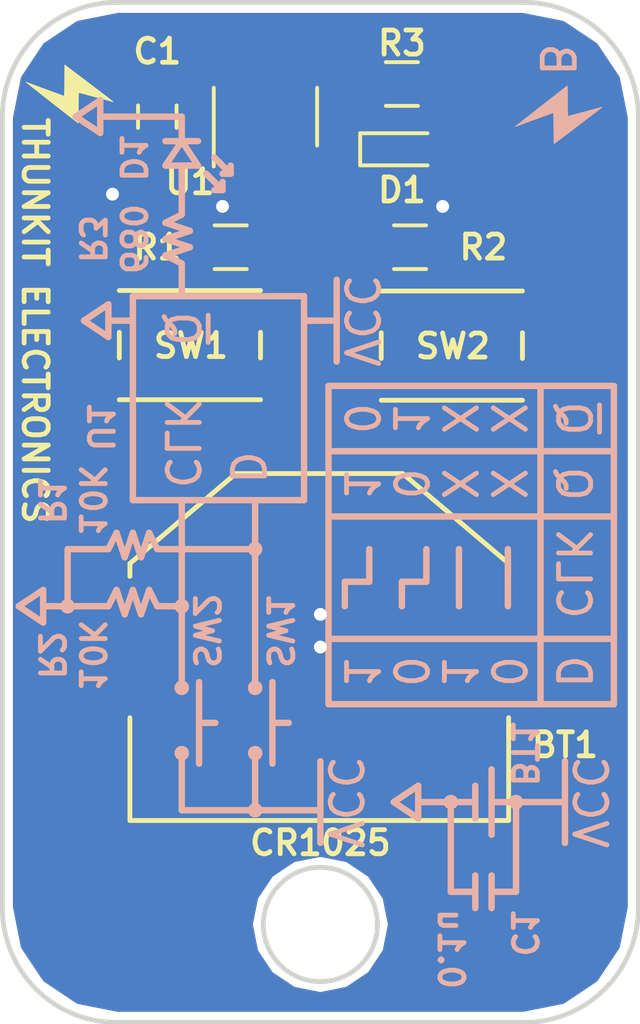
<source format=kicad_pcb>
(kicad_pcb (version 4) (host pcbnew 4.0.5+dfsg1-4)

  (general
    (links 25)
    (no_connects 0)
    (area 120.828999 83.236999 140.791001 115.137001)
    (thickness 1.6)
    (drawings 158)
    (tracks 42)
    (zones 0)
    (modules 16)
    (nets 7)
  )

  (page A4)
  (title_block
    (title "Logic Keychain Soldering Kit")
    (date 2018-08-30)
    (rev B)
    (company "Thunkit Electronics")
  )

  (layers
    (0 F.Cu signal)
    (31 B.Cu signal)
    (32 B.Adhes user)
    (33 F.Adhes user)
    (34 B.Paste user)
    (35 F.Paste user)
    (36 B.SilkS user)
    (37 F.SilkS user)
    (38 B.Mask user)
    (39 F.Mask user)
    (40 Dwgs.User user)
    (41 Cmts.User user)
    (42 Eco1.User user)
    (43 Eco2.User user)
    (44 Edge.Cuts user)
    (45 Margin user)
    (46 B.CrtYd user)
    (47 F.CrtYd user)
    (48 B.Fab user hide)
    (49 F.Fab user hide)
  )

  (setup
    (last_trace_width 0.2032)
    (trace_clearance 0.2032)
    (zone_clearance 0.254)
    (zone_45_only no)
    (trace_min 0.2)
    (segment_width 0.2)
    (edge_width 0.15)
    (via_size 0.6)
    (via_drill 0.4)
    (via_min_size 0.4)
    (via_min_drill 0.3)
    (uvia_size 0.3)
    (uvia_drill 0.1)
    (uvias_allowed no)
    (uvia_min_size 0)
    (uvia_min_drill 0)
    (pcb_text_width 0.3)
    (pcb_text_size 1.5 1.5)
    (mod_edge_width 0.15)
    (mod_text_size 1 1)
    (mod_text_width 0.15)
    (pad_size 0.6 0.6)
    (pad_drill 0.4)
    (pad_to_mask_clearance 0.02)
    (aux_axis_origin 0 0)
    (visible_elements FFFFFF7F)
    (pcbplotparams
      (layerselection 0x00030_80000001)
      (usegerberextensions false)
      (excludeedgelayer true)
      (linewidth 0.100000)
      (plotframeref false)
      (viasonmask false)
      (mode 1)
      (useauxorigin false)
      (hpglpennumber 1)
      (hpglpenspeed 20)
      (hpglpendiameter 15)
      (hpglpenoverlay 2)
      (psnegative false)
      (psa4output false)
      (plotreference true)
      (plotvalue true)
      (plotinvisibletext false)
      (padsonsilk false)
      (subtractmaskfromsilk false)
      (outputformat 1)
      (mirror false)
      (drillshape 1)
      (scaleselection 1)
      (outputdirectory ""))
  )

  (net 0 "")
  (net 1 GND)
  (net 2 VCC)
  (net 3 "Net-(R1-Pad1)")
  (net 4 "Net-(R2-Pad1)")
  (net 5 "Net-(R3-Pad2)")
  (net 6 "Net-(D1-Pad2)")

  (net_class Default "This is the default net class."
    (clearance 0.2032)
    (trace_width 0.2032)
    (via_dia 0.6)
    (via_drill 0.4)
    (uvia_dia 0.3)
    (uvia_drill 0.1)
    (add_net GND)
    (add_net "Net-(D1-Pad2)")
    (add_net "Net-(R1-Pad1)")
    (add_net "Net-(R2-Pad1)")
    (add_net "Net-(R3-Pad2)")
    (add_net VCC)
  )

  (module MOD:lightning (layer F.Cu) (tedit 0) (tstamp 5B887640)
    (at 142.24 89.662 90)
    (fp_text reference G*** (at 0 0 90) (layer F.SilkS) hide
      (effects (font (thickness 0.3)))
    )
    (fp_text value LOGO (at 0.75 0 90) (layer F.SilkS) hide
      (effects (font (thickness 0.3)))
    )
    (fp_poly (pts (xy 0.314354 -1.28972) (xy 0.304217 -1.261534) (xy 0.287787 -1.218017) (xy 0.262911 -1.15128)
      (xy 0.231172 -1.065639) (xy 0.194152 -0.965409) (xy 0.153436 -0.854904) (xy 0.110605 -0.738441)
      (xy 0.067244 -0.620333) (xy 0.024936 -0.504897) (xy -0.014736 -0.396447) (xy -0.050189 -0.299299)
      (xy -0.079839 -0.217767) (xy -0.102104 -0.156168) (xy -0.1154 -0.118815) (xy -0.118533 -0.109316)
      (xy -0.102305 -0.107325) (xy -0.056437 -0.105235) (xy 0.014844 -0.103147) (xy 0.10731 -0.101162)
      (xy 0.216736 -0.099383) (xy 0.338895 -0.09791) (xy 0.368591 -0.097623) (xy 0.855716 -0.093133)
      (xy 0.294305 0.649173) (xy 0.188629 0.788761) (xy 0.088696 0.920499) (xy -0.003562 1.041856)
      (xy -0.086213 1.150304) (xy -0.157324 1.243314) (xy -0.214964 1.318356) (xy -0.2572 1.372901)
      (xy -0.2821 1.40442) (xy -0.287856 1.411173) (xy -0.30193 1.419999) (xy -0.299939 1.401084)
      (xy -0.298786 1.397) (xy -0.288287 1.359649) (xy -0.271246 1.297666) (xy -0.248936 1.2158)
      (xy -0.222636 1.118801) (xy -0.193622 1.011418) (xy -0.163169 0.8984) (xy -0.132555 0.784498)
      (xy -0.103056 0.674459) (xy -0.075947 0.573034) (xy -0.052507 0.484973) (xy -0.03401 0.415023)
      (xy -0.021734 0.367936) (xy -0.016954 0.34846) (xy -0.016934 0.348256) (xy -0.033153 0.345773)
      (xy -0.078954 0.343529) (xy -0.150053 0.34161) (xy -0.242165 0.340104) (xy -0.351007 0.339096)
      (xy -0.472294 0.338674) (xy -0.491067 0.338666) (xy -0.613834 0.338377) (xy -0.72479 0.33756)
      (xy -0.819653 0.336292) (xy -0.894136 0.334649) (xy -0.943957 0.332707) (xy -0.964831 0.330544)
      (xy -0.9652 0.330209) (xy -0.955097 0.315927) (xy -0.926253 0.27784) (xy -0.880867 0.218757)
      (xy -0.821139 0.141491) (xy -0.749266 0.048852) (xy -0.667449 -0.056347) (xy -0.577885 -0.171296)
      (xy -0.482774 -0.293183) (xy -0.384315 -0.419197) (xy -0.284706 -0.546527) (xy -0.186147 -0.672361)
      (xy -0.090836 -0.793888) (xy -0.000972 -0.908298) (xy 0.081246 -1.012777) (xy 0.153618 -1.104516)
      (xy 0.213947 -1.180702) (xy 0.260033 -1.238525) (xy 0.289678 -1.275174) (xy 0.299666 -1.286933)
      (xy 0.31437 -1.300123) (xy 0.314354 -1.28972)) (layer F.SilkS) (width 0.01))
  )

  (module "MOD:GND VIA" (layer F.Cu) (tedit 5ACAAA5F) (tstamp 5ACAAA9E)
    (at 150.114 104.648)
    (fp_text reference "" (at 0 0) (layer F.SilkS)
      (effects (font (thickness 0.15)))
    )
    (fp_text value "" (at 0 0) (layer F.SilkS)
      (effects (font (thickness 0.15)))
    )
    (pad 1 thru_hole circle (at 0 1.27) (size 0.6 0.6) (drill 0.4) (layers *.Cu)
      (net 1 GND) (zone_connect 2))
  )

  (module "MOD:GND VIA" (layer F.Cu) (tedit 5ACAAA5F) (tstamp 5ACAAA96)
    (at 150.114 105.664)
    (fp_text reference "" (at 0 0) (layer F.SilkS)
      (effects (font (thickness 0.15)))
    )
    (fp_text value "" (at 0 0) (layer F.SilkS)
      (effects (font (thickness 0.15)))
    )
    (pad 1 thru_hole circle (at 0 1.27) (size 0.6 0.6) (drill 0.4) (layers *.Cu)
      (net 1 GND) (zone_connect 2))
  )

  (module "MOD:GND VIA" (layer F.Cu) (tedit 5ACAAA5F) (tstamp 5ACAAA91)
    (at 153.924 91.948)
    (fp_text reference "" (at 0 0) (layer F.SilkS)
      (effects (font (thickness 0.15)))
    )
    (fp_text value "" (at 0 0) (layer F.SilkS)
      (effects (font (thickness 0.15)))
    )
    (pad 1 thru_hole circle (at 0 1.27) (size 0.6 0.6) (drill 0.4) (layers *.Cu)
      (net 1 GND) (zone_connect 2))
  )

  (module "MOD:GND VIA" (layer F.Cu) (tedit 5ACAAA5F) (tstamp 5ACAAA8D)
    (at 143.637 91.567)
    (fp_text reference "" (at 0 0) (layer F.SilkS)
      (effects (font (thickness 0.15)))
    )
    (fp_text value "" (at 0 0) (layer F.SilkS)
      (effects (font (thickness 0.15)))
    )
    (pad 1 thru_hole circle (at 0 1.27) (size 0.6 0.6) (drill 0.4) (layers *.Cu)
      (net 1 GND) (zone_connect 2))
  )

  (module Capacitors_SMD:C_0603 (layer F.Cu) (tedit 5ACAA4CE) (tstamp 5ACAA45F)
    (at 145.034 90.424 90)
    (descr "Capacitor SMD 0603, reflow soldering, AVX (see smccp.pdf)")
    (tags "capacitor 0603")
    (path /5ACAA5A5)
    (attr smd)
    (fp_text reference C1 (at 2.032 0 180) (layer F.SilkS)
      (effects (font (size 0.75 0.75) (thickness 0.15)))
    )
    (fp_text value C (at 0 1.5 90) (layer F.Fab)
      (effects (font (size 1 1) (thickness 0.15)))
    )
    (fp_line (start 1.4 0.65) (end -1.4 0.65) (layer F.CrtYd) (width 0.05))
    (fp_line (start 1.4 0.65) (end 1.4 -0.65) (layer F.CrtYd) (width 0.05))
    (fp_line (start -1.4 -0.65) (end -1.4 0.65) (layer F.CrtYd) (width 0.05))
    (fp_line (start -1.4 -0.65) (end 1.4 -0.65) (layer F.CrtYd) (width 0.05))
    (fp_line (start 0.35 0.6) (end -0.35 0.6) (layer F.SilkS) (width 0.12))
    (fp_line (start -0.35 -0.6) (end 0.35 -0.6) (layer F.SilkS) (width 0.12))
    (fp_line (start -0.8 -0.4) (end 0.8 -0.4) (layer F.Fab) (width 0.1))
    (fp_line (start 0.8 -0.4) (end 0.8 0.4) (layer F.Fab) (width 0.1))
    (fp_line (start 0.8 0.4) (end -0.8 0.4) (layer F.Fab) (width 0.1))
    (fp_line (start -0.8 0.4) (end -0.8 -0.4) (layer F.Fab) (width 0.1))
    (fp_text user %R (at 0 0 90) (layer F.Fab)
      (effects (font (size 0.3 0.3) (thickness 0.075)))
    )
    (pad 2 smd rect (at 0.75 0 90) (size 0.8 0.75) (layers F.Cu F.Paste F.Mask)
      (net 2 VCC))
    (pad 1 smd rect (at -0.75 0 90) (size 0.8 0.75) (layers F.Cu F.Paste F.Mask)
      (net 1 GND))
    (model Capacitors_SMD.3dshapes/C_0603.wrl
      (at (xyz 0 0 0))
      (scale (xyz 1 1 1))
      (rotate (xyz 0 0 0))
    )
  )

  (module LEDs:LED_0603 (layer F.Cu) (tedit 5ACAA4DF) (tstamp 5ACAA465)
    (at 152.654 91.44)
    (descr "LED 0603 smd package")
    (tags "LED led 0603 SMD smd SMT smt smdled SMDLED smtled SMTLED")
    (path /5ACAA902)
    (attr smd)
    (fp_text reference D1 (at 0 1.27) (layer F.SilkS)
      (effects (font (size 0.75 0.75) (thickness 0.15)))
    )
    (fp_text value LED (at 0 1.35) (layer F.Fab)
      (effects (font (size 1 1) (thickness 0.15)))
    )
    (fp_line (start -1.3 -0.5) (end -1.3 0.5) (layer F.SilkS) (width 0.12))
    (fp_line (start -0.2 -0.2) (end -0.2 0.2) (layer F.Fab) (width 0.1))
    (fp_line (start -0.15 0) (end 0.15 -0.2) (layer F.Fab) (width 0.1))
    (fp_line (start 0.15 0.2) (end -0.15 0) (layer F.Fab) (width 0.1))
    (fp_line (start 0.15 -0.2) (end 0.15 0.2) (layer F.Fab) (width 0.1))
    (fp_line (start 0.8 0.4) (end -0.8 0.4) (layer F.Fab) (width 0.1))
    (fp_line (start 0.8 -0.4) (end 0.8 0.4) (layer F.Fab) (width 0.1))
    (fp_line (start -0.8 -0.4) (end 0.8 -0.4) (layer F.Fab) (width 0.1))
    (fp_line (start -0.8 0.4) (end -0.8 -0.4) (layer F.Fab) (width 0.1))
    (fp_line (start -1.3 0.5) (end 0.8 0.5) (layer F.SilkS) (width 0.12))
    (fp_line (start -1.3 -0.5) (end 0.8 -0.5) (layer F.SilkS) (width 0.12))
    (fp_line (start 1.45 -0.65) (end 1.45 0.65) (layer F.CrtYd) (width 0.05))
    (fp_line (start 1.45 0.65) (end -1.45 0.65) (layer F.CrtYd) (width 0.05))
    (fp_line (start -1.45 0.65) (end -1.45 -0.65) (layer F.CrtYd) (width 0.05))
    (fp_line (start -1.45 -0.65) (end 1.45 -0.65) (layer F.CrtYd) (width 0.05))
    (pad 2 smd rect (at 0.8 0 180) (size 0.8 0.8) (layers F.Cu F.Paste F.Mask)
      (net 6 "Net-(D1-Pad2)"))
    (pad 1 smd rect (at -0.8 0 180) (size 0.8 0.8) (layers F.Cu F.Paste F.Mask)
      (net 1 GND))
    (model ${KISYS3DMOD}/LEDs.3dshapes/LED_0603.wrl
      (at (xyz 0 0 0))
      (scale (xyz 1 1 1))
      (rotate (xyz 0 0 180))
    )
  )

  (module Resistors_SMD:R_0603 (layer F.Cu) (tedit 5ACAA4E9) (tstamp 5ACAA46B)
    (at 147.32 94.488 180)
    (descr "Resistor SMD 0603, reflow soldering, Vishay (see dcrcw.pdf)")
    (tags "resistor 0603")
    (path /5ACAA2EB)
    (attr smd)
    (fp_text reference R1 (at 2.286 0 180) (layer F.SilkS)
      (effects (font (size 0.75 0.75) (thickness 0.15)))
    )
    (fp_text value 10K (at 0 1.5 180) (layer F.Fab)
      (effects (font (size 1 1) (thickness 0.15)))
    )
    (fp_text user %R (at 0 0 180) (layer F.Fab)
      (effects (font (size 0.4 0.4) (thickness 0.075)))
    )
    (fp_line (start -0.8 0.4) (end -0.8 -0.4) (layer F.Fab) (width 0.1))
    (fp_line (start 0.8 0.4) (end -0.8 0.4) (layer F.Fab) (width 0.1))
    (fp_line (start 0.8 -0.4) (end 0.8 0.4) (layer F.Fab) (width 0.1))
    (fp_line (start -0.8 -0.4) (end 0.8 -0.4) (layer F.Fab) (width 0.1))
    (fp_line (start 0.5 0.68) (end -0.5 0.68) (layer F.SilkS) (width 0.12))
    (fp_line (start -0.5 -0.68) (end 0.5 -0.68) (layer F.SilkS) (width 0.12))
    (fp_line (start -1.25 -0.7) (end 1.25 -0.7) (layer F.CrtYd) (width 0.05))
    (fp_line (start -1.25 -0.7) (end -1.25 0.7) (layer F.CrtYd) (width 0.05))
    (fp_line (start 1.25 0.7) (end 1.25 -0.7) (layer F.CrtYd) (width 0.05))
    (fp_line (start 1.25 0.7) (end -1.25 0.7) (layer F.CrtYd) (width 0.05))
    (pad 1 smd rect (at -0.75 0 180) (size 0.5 0.9) (layers F.Cu F.Paste F.Mask)
      (net 3 "Net-(R1-Pad1)"))
    (pad 2 smd rect (at 0.75 0 180) (size 0.5 0.9) (layers F.Cu F.Paste F.Mask)
      (net 1 GND))
    (model ${KISYS3DMOD}/Resistors_SMD.3dshapes/R_0603.wrl
      (at (xyz 0 0 0))
      (scale (xyz 1 1 1))
      (rotate (xyz 0 0 0))
    )
  )

  (module Resistors_SMD:R_0603 (layer F.Cu) (tedit 5ACAA4C5) (tstamp 5ACAA471)
    (at 152.908 94.488)
    (descr "Resistor SMD 0603, reflow soldering, Vishay (see dcrcw.pdf)")
    (tags "resistor 0603")
    (path /5ACAA296)
    (attr smd)
    (fp_text reference R2 (at 2.286 0) (layer F.SilkS)
      (effects (font (size 0.75 0.75) (thickness 0.15)))
    )
    (fp_text value 10K (at 0 1.5) (layer F.Fab)
      (effects (font (size 1 1) (thickness 0.15)))
    )
    (fp_text user %R (at 0 0) (layer F.Fab)
      (effects (font (size 0.4 0.4) (thickness 0.075)))
    )
    (fp_line (start -0.8 0.4) (end -0.8 -0.4) (layer F.Fab) (width 0.1))
    (fp_line (start 0.8 0.4) (end -0.8 0.4) (layer F.Fab) (width 0.1))
    (fp_line (start 0.8 -0.4) (end 0.8 0.4) (layer F.Fab) (width 0.1))
    (fp_line (start -0.8 -0.4) (end 0.8 -0.4) (layer F.Fab) (width 0.1))
    (fp_line (start 0.5 0.68) (end -0.5 0.68) (layer F.SilkS) (width 0.12))
    (fp_line (start -0.5 -0.68) (end 0.5 -0.68) (layer F.SilkS) (width 0.12))
    (fp_line (start -1.25 -0.7) (end 1.25 -0.7) (layer F.CrtYd) (width 0.05))
    (fp_line (start -1.25 -0.7) (end -1.25 0.7) (layer F.CrtYd) (width 0.05))
    (fp_line (start 1.25 0.7) (end 1.25 -0.7) (layer F.CrtYd) (width 0.05))
    (fp_line (start 1.25 0.7) (end -1.25 0.7) (layer F.CrtYd) (width 0.05))
    (pad 1 smd rect (at -0.75 0) (size 0.5 0.9) (layers F.Cu F.Paste F.Mask)
      (net 4 "Net-(R2-Pad1)"))
    (pad 2 smd rect (at 0.75 0) (size 0.5 0.9) (layers F.Cu F.Paste F.Mask)
      (net 1 GND))
    (model ${KISYS3DMOD}/Resistors_SMD.3dshapes/R_0603.wrl
      (at (xyz 0 0 0))
      (scale (xyz 1 1 1))
      (rotate (xyz 0 0 0))
    )
  )

  (module Resistors_SMD:R_0603 (layer F.Cu) (tedit 5ACAA4D6) (tstamp 5ACAA477)
    (at 152.654 89.408 180)
    (descr "Resistor SMD 0603, reflow soldering, Vishay (see dcrcw.pdf)")
    (tags "resistor 0603")
    (path /5ACAA713)
    (attr smd)
    (fp_text reference R3 (at 0 1.27 180) (layer F.SilkS)
      (effects (font (size 0.75 0.75) (thickness 0.15)))
    )
    (fp_text value 680 (at 0 1.5 180) (layer F.Fab)
      (effects (font (size 1 1) (thickness 0.15)))
    )
    (fp_text user %R (at 0 0 180) (layer F.Fab)
      (effects (font (size 0.4 0.4) (thickness 0.075)))
    )
    (fp_line (start -0.8 0.4) (end -0.8 -0.4) (layer F.Fab) (width 0.1))
    (fp_line (start 0.8 0.4) (end -0.8 0.4) (layer F.Fab) (width 0.1))
    (fp_line (start 0.8 -0.4) (end 0.8 0.4) (layer F.Fab) (width 0.1))
    (fp_line (start -0.8 -0.4) (end 0.8 -0.4) (layer F.Fab) (width 0.1))
    (fp_line (start 0.5 0.68) (end -0.5 0.68) (layer F.SilkS) (width 0.12))
    (fp_line (start -0.5 -0.68) (end 0.5 -0.68) (layer F.SilkS) (width 0.12))
    (fp_line (start -1.25 -0.7) (end 1.25 -0.7) (layer F.CrtYd) (width 0.05))
    (fp_line (start -1.25 -0.7) (end -1.25 0.7) (layer F.CrtYd) (width 0.05))
    (fp_line (start 1.25 0.7) (end 1.25 -0.7) (layer F.CrtYd) (width 0.05))
    (fp_line (start 1.25 0.7) (end -1.25 0.7) (layer F.CrtYd) (width 0.05))
    (pad 1 smd rect (at -0.75 0 180) (size 0.5 0.9) (layers F.Cu F.Paste F.Mask)
      (net 6 "Net-(D1-Pad2)"))
    (pad 2 smd rect (at 0.75 0 180) (size 0.5 0.9) (layers F.Cu F.Paste F.Mask)
      (net 5 "Net-(R3-Pad2)"))
    (model ${KISYS3DMOD}/Resistors_SMD.3dshapes/R_0603.wrl
      (at (xyz 0 0 0))
      (scale (xyz 1 1 1))
      (rotate (xyz 0 0 0))
    )
  )

  (module TO_SOT_Packages_SMD:SOT-23-5 (layer F.Cu) (tedit 5ACAA4B1) (tstamp 5ACAA490)
    (at 148.402 90.424 90)
    (descr "5-pin SOT23 package")
    (tags SOT-23-5)
    (path /5B887286)
    (attr smd)
    (fp_text reference U1 (at -2.032 -2.352 180) (layer F.SilkS)
      (effects (font (size 0.75 0.75) (thickness 0.15)))
    )
    (fp_text value SN74AUP1G79 (at 0 2.9 90) (layer F.Fab)
      (effects (font (size 1 1) (thickness 0.15)))
    )
    (fp_text user %R (at 0 0 180) (layer F.Fab)
      (effects (font (size 0.5 0.5) (thickness 0.075)))
    )
    (fp_line (start -0.9 1.61) (end 0.9 1.61) (layer F.SilkS) (width 0.12))
    (fp_line (start 0.9 -1.61) (end -1.55 -1.61) (layer F.SilkS) (width 0.12))
    (fp_line (start -1.9 -1.8) (end 1.9 -1.8) (layer F.CrtYd) (width 0.05))
    (fp_line (start 1.9 -1.8) (end 1.9 1.8) (layer F.CrtYd) (width 0.05))
    (fp_line (start 1.9 1.8) (end -1.9 1.8) (layer F.CrtYd) (width 0.05))
    (fp_line (start -1.9 1.8) (end -1.9 -1.8) (layer F.CrtYd) (width 0.05))
    (fp_line (start -0.9 -0.9) (end -0.25 -1.55) (layer F.Fab) (width 0.1))
    (fp_line (start 0.9 -1.55) (end -0.25 -1.55) (layer F.Fab) (width 0.1))
    (fp_line (start -0.9 -0.9) (end -0.9 1.55) (layer F.Fab) (width 0.1))
    (fp_line (start 0.9 1.55) (end -0.9 1.55) (layer F.Fab) (width 0.1))
    (fp_line (start 0.9 -1.55) (end 0.9 1.55) (layer F.Fab) (width 0.1))
    (pad 1 smd rect (at -1.1 -0.95 90) (size 1.06 0.65) (layers F.Cu F.Paste F.Mask)
      (net 3 "Net-(R1-Pad1)"))
    (pad 2 smd rect (at -1.1 0 90) (size 1.06 0.65) (layers F.Cu F.Paste F.Mask)
      (net 4 "Net-(R2-Pad1)"))
    (pad 3 smd rect (at -1.1 0.95 90) (size 1.06 0.65) (layers F.Cu F.Paste F.Mask)
      (net 1 GND))
    (pad 4 smd rect (at 1.1 0.95 90) (size 1.06 0.65) (layers F.Cu F.Paste F.Mask)
      (net 5 "Net-(R3-Pad2)"))
    (pad 5 smd rect (at 1.1 -0.95 90) (size 1.06 0.65) (layers F.Cu F.Paste F.Mask)
      (net 2 VCC))
    (model ${KISYS3DMOD}/TO_SOT_Packages_SMD.3dshapes/SOT-23-5.wrl
      (at (xyz 0 0 0))
      (scale (xyz 1 1 1))
      (rotate (xyz 0 0 0))
    )
  )

  (module "MOD:GND VIA" (layer F.Cu) (tedit 5ACAAA5F) (tstamp 5ACAAA82)
    (at 147.066 91.948)
    (fp_text reference "" (at 0 0) (layer F.SilkS)
      (effects (font (thickness 0.15)))
    )
    (fp_text value "" (at 0 0) (layer F.SilkS)
      (effects (font (thickness 0.15)))
    )
    (pad 1 thru_hole circle (at 0 1.27) (size 0.6 0.6) (drill 0.4) (layers *.Cu)
      (net 1 GND) (zone_connect 2))
  )

  (module MOD:lightning (layer B.Cu) (tedit 0) (tstamp 5ACAB836)
    (at 157.48 90.424 270)
    (fp_text reference G*** (at 0 0 270) (layer B.SilkS) hide
      (effects (font (thickness 0.3)) (justify mirror))
    )
    (fp_text value LOGO (at 0.75 0 270) (layer B.SilkS) hide
      (effects (font (thickness 0.3)) (justify mirror))
    )
    (fp_poly (pts (xy 0.314354 1.28972) (xy 0.304217 1.261534) (xy 0.287787 1.218017) (xy 0.262911 1.15128)
      (xy 0.231172 1.065639) (xy 0.194152 0.965409) (xy 0.153436 0.854904) (xy 0.110605 0.738441)
      (xy 0.067244 0.620333) (xy 0.024936 0.504897) (xy -0.014736 0.396447) (xy -0.050189 0.299299)
      (xy -0.079839 0.217767) (xy -0.102104 0.156168) (xy -0.1154 0.118815) (xy -0.118533 0.109316)
      (xy -0.102305 0.107325) (xy -0.056437 0.105235) (xy 0.014844 0.103147) (xy 0.10731 0.101162)
      (xy 0.216736 0.099383) (xy 0.338895 0.09791) (xy 0.368591 0.097623) (xy 0.855716 0.093133)
      (xy 0.294305 -0.649173) (xy 0.188629 -0.788761) (xy 0.088696 -0.920499) (xy -0.003562 -1.041856)
      (xy -0.086213 -1.150304) (xy -0.157324 -1.243314) (xy -0.214964 -1.318356) (xy -0.2572 -1.372901)
      (xy -0.2821 -1.40442) (xy -0.287856 -1.411173) (xy -0.30193 -1.419999) (xy -0.299939 -1.401084)
      (xy -0.298786 -1.397) (xy -0.288287 -1.359649) (xy -0.271246 -1.297666) (xy -0.248936 -1.2158)
      (xy -0.222636 -1.118801) (xy -0.193622 -1.011418) (xy -0.163169 -0.8984) (xy -0.132555 -0.784498)
      (xy -0.103056 -0.674459) (xy -0.075947 -0.573034) (xy -0.052507 -0.484973) (xy -0.03401 -0.415023)
      (xy -0.021734 -0.367936) (xy -0.016954 -0.34846) (xy -0.016934 -0.348256) (xy -0.033153 -0.345773)
      (xy -0.078954 -0.343529) (xy -0.150053 -0.34161) (xy -0.242165 -0.340104) (xy -0.351007 -0.339096)
      (xy -0.472294 -0.338674) (xy -0.491067 -0.338666) (xy -0.613834 -0.338377) (xy -0.72479 -0.33756)
      (xy -0.819653 -0.336292) (xy -0.894136 -0.334649) (xy -0.943957 -0.332707) (xy -0.964831 -0.330544)
      (xy -0.9652 -0.330209) (xy -0.955097 -0.315927) (xy -0.926253 -0.27784) (xy -0.880867 -0.218757)
      (xy -0.821139 -0.141491) (xy -0.749266 -0.048852) (xy -0.667449 0.056347) (xy -0.577885 0.171296)
      (xy -0.482774 0.293183) (xy -0.384315 0.419197) (xy -0.284706 0.546527) (xy -0.186147 0.672361)
      (xy -0.090836 0.793888) (xy -0.000972 0.908298) (xy 0.081246 1.012777) (xy 0.153618 1.104516)
      (xy 0.213947 1.180702) (xy 0.260033 1.238525) (xy 0.289678 1.275174) (xy 0.299666 1.286933)
      (xy 0.31437 1.300123) (xy 0.314354 1.28972)) (layer B.SilkS) (width 0.01))
  )

  (module "MOD:PTS810 SJK 250 SMTR LFS_Handsoldering" (layer F.Cu) (tedit 5B8874AD) (tstamp 5ACAA487)
    (at 154.21 97.552 180)
    (path /5ACAA461)
    (fp_text reference SW2 (at -0.032 -0.016 180) (layer F.SilkS)
      (effects (font (size 0.75 0.75) (thickness 0.15)))
    )
    (fp_text value Push_SW (at 0 -4 180) (layer F.Fab)
      (effects (font (size 1 1) (thickness 0.15)))
    )
    (fp_line (start 2.2 0.4) (end 2.2 -0.4) (layer F.SilkS) (width 0.15))
    (fp_line (start -2.2 -1.7) (end 2.2 -1.7) (layer F.SilkS) (width 0.15))
    (fp_line (start -2.2 0.4) (end -2.2 -0.4) (layer F.SilkS) (width 0.15))
    (fp_line (start -2.2 1.7) (end 2.2 1.7) (layer F.SilkS) (width 0.15))
    (pad 1 smd rect (at -2 -1 180) (size 1.8 0.65) (layers F.Cu F.Paste F.Mask)
      (net 2 VCC))
    (pad 1 smd rect (at 2 -1 180) (size 1.8 0.65) (layers F.Cu F.Paste F.Mask)
      (net 2 VCC))
    (pad 2 smd rect (at -2 1 180) (size 1.8 0.65) (layers F.Cu F.Paste F.Mask)
      (net 4 "Net-(R2-Pad1)"))
    (pad 2 smd rect (at 2 1 180) (size 1.8 0.65) (layers F.Cu F.Paste F.Mask)
      (net 4 "Net-(R2-Pad1)"))
  )

  (module "MOD:PTS810 SJK 250 SMTR LFS_Handsoldering" (layer F.Cu) (tedit 5B8874AD) (tstamp 5ACAA47F)
    (at 146.05 97.536 180)
    (path /5ACAA3F8)
    (fp_text reference SW1 (at -0.032 -0.016 180) (layer F.SilkS)
      (effects (font (size 0.75 0.75) (thickness 0.15)))
    )
    (fp_text value Push_SW (at 0 -4 180) (layer F.Fab)
      (effects (font (size 1 1) (thickness 0.15)))
    )
    (fp_line (start 2.2 0.4) (end 2.2 -0.4) (layer F.SilkS) (width 0.15))
    (fp_line (start -2.2 -1.7) (end 2.2 -1.7) (layer F.SilkS) (width 0.15))
    (fp_line (start -2.2 0.4) (end -2.2 -0.4) (layer F.SilkS) (width 0.15))
    (fp_line (start -2.2 1.7) (end 2.2 1.7) (layer F.SilkS) (width 0.15))
    (pad 1 smd rect (at -2 -1 180) (size 1.8 0.65) (layers F.Cu F.Paste F.Mask)
      (net 2 VCC))
    (pad 1 smd rect (at 2 -1 180) (size 1.8 0.65) (layers F.Cu F.Paste F.Mask)
      (net 2 VCC))
    (pad 2 smd rect (at -2 1 180) (size 1.8 0.65) (layers F.Cu F.Paste F.Mask)
      (net 3 "Net-(R1-Pad1)"))
    (pad 2 smd rect (at 2 1 180) (size 1.8 0.65) (layers F.Cu F.Paste F.Mask)
      (net 3 "Net-(R1-Pad1)"))
  )

  (module MOD:BK-870 (layer F.Cu) (tedit 5B88755B) (tstamp 5ACAA459)
    (at 150.08 107.034 180)
    (path /5ACAAC0C)
    (fp_text reference BT1 (at -7.654 -2.948 180) (layer F.SilkS)
      (effects (font (size 0.75 0.75) (thickness 0.15)))
    )
    (fp_text value CR1025 (at 2.7 -4.4 180) (layer F.Fab)
      (effects (font (size 1 1) (thickness 0.15)))
    )
    (fp_line (start -5.9 -5.3) (end 5.9 -5.3) (layer F.SilkS) (width 0.15))
    (fp_line (start -5.9 -2.1) (end -5.9 -5.3) (layer F.SilkS) (width 0.15))
    (fp_line (start 5.9 -2.1) (end 5.9 -5.3) (layer F.SilkS) (width 0.15))
    (fp_line (start -2.6 5.5) (end -5.9 2.7) (layer F.SilkS) (width 0.15))
    (fp_line (start 5.9 2.7) (end 2.6 5.5) (layer F.SilkS) (width 0.15))
    (fp_line (start 5.9 2.7) (end 5.9 2.3) (layer F.SilkS) (width 0.15))
    (fp_line (start -2.6 5.5) (end 2.6 5.5) (layer F.SilkS) (width 0.15))
    (fp_line (start -5.9 2.7) (end -5.9 2.3) (layer F.SilkS) (width 0.15))
    (fp_line (start 5.9 2.7) (end 5.9 2.4) (layer F.SilkS) (width 0.15))
    (pad 2 smd circle (at 0 0.1 180) (size 8 8) (layers F.Cu F.Mask)
      (net 1 GND))
    (pad 1 smd rect (at -7.4 0.1 180) (size 3 4) (layers F.Cu F.Mask)
      (net 2 VCC))
    (pad 1 smd rect (at 7.4 0.1 180) (size 3 4) (layers F.Cu F.Mask)
      (net 2 VCC))
  )

  (gr_text "THUNKIT ELECTRONICS" (at 141.224 96.774 270) (layer F.SilkS) (tstamp 5B887645)
    (effects (font (size 0.75 0.75) (thickness 0.15)))
  )
  (gr_text B (at 157.48 88.646 270) (layer B.SilkS) (tstamp 5B887413)
    (effects (font (size 1 1) (thickness 0.15)) (justify mirror))
  )
  (gr_line (start 142.494 90.424) (end 143.256 90.932) (layer B.SilkS) (width 0.2) (tstamp 5B8873AD))
  (gr_line (start 143.256 89.915999) (end 142.494 90.424) (layer B.SilkS) (width 0.2) (tstamp 5B8873A7))
  (gr_line (start 143.256 90.932001) (end 143.256 89.916) (layer B.SilkS) (width 0.2) (tstamp 5B8873A0))
  (gr_line (start 145.796 90.423999) (end 143.256 90.424) (layer B.SilkS) (width 0.2) (tstamp 5B88739A))
  (gr_circle (center 145.796 108.204) (end 145.796 108.331) (layer B.SilkS) (width 0.2) (tstamp 5ACAB972))
  (gr_circle (center 148.082 108.204) (end 148.082 108.331) (layer B.SilkS) (width 0.2) (tstamp 5ACAB970))
  (gr_circle (center 145.796 110.236) (end 145.796 110.363) (layer B.SilkS) (width 0.2) (tstamp 5ACAB96F))
  (gr_circle (center 148.082 110.236) (end 148.082 110.363) (layer B.SilkS) (width 0.2) (tstamp 5ACAB96E))
  (gr_text 0.1u (at 154.178 116.332 270) (layer B.SilkS) (tstamp 5ACAB6F8)
    (effects (font (size 0.75 0.75) (thickness 0.15)) (justify mirror))
  )
  (gr_text U1 (at 143.256 100.076 270) (layer B.SilkS) (tstamp 5ACAB697)
    (effects (font (size 0.75 0.75) (thickness 0.15)) (justify mirror))
  )
  (gr_line (start 149.606 96.774) (end 150.114 96.774) (layer B.SilkS) (width 0.2))
  (gr_text C1 (at 156.464 115.824 270) (layer B.SilkS) (tstamp 5ACAB52A)
    (effects (font (size 0.75 0.75) (thickness 0.15)) (justify mirror))
  )
  (gr_text BT1 (at 156.464 110.236 270) (layer B.SilkS) (tstamp 5ACAB51A)
    (effects (font (size 0.75 0.75) (thickness 0.15)) (justify mirror))
  )
  (gr_circle (center 154.178 111.76) (end 154.051001 111.76) (layer B.SilkS) (width 0.2) (tstamp 5ACAB4FF))
  (gr_circle (center 156.21 111.76) (end 156.083001 111.76) (layer B.SilkS) (width 0.2) (tstamp 5ACAB4F7))
  (gr_line (start 154.178 114.554) (end 154.178 111.76) (layer B.SilkS) (width 0.2))
  (gr_line (start 156.21 114.554) (end 156.21 111.76) (layer B.SilkS) (width 0.2))
  (gr_line (start 154.178 114.554) (end 154.94 114.554) (layer B.SilkS) (width 0.2) (tstamp 5ACAB4CE))
  (gr_line (start 155.448 114.554) (end 156.21 114.554) (layer B.SilkS) (width 0.2))
  (gr_line (start 154.94 114.046001) (end 154.94 115.062) (layer B.SilkS) (width 0.2))
  (gr_line (start 155.448 114.046) (end 155.448 115.062) (layer B.SilkS) (width 0.2))
  (gr_line (start 152.4 111.760001) (end 153.162 112.267999) (layer B.SilkS) (width 0.2) (tstamp 5ACAB49C))
  (gr_line (start 153.162 112.267999) (end 153.162 111.251999) (layer B.SilkS) (width 0.2) (tstamp 5ACAB49B))
  (gr_line (start 154.940001 111.76) (end 153.162 111.76) (layer B.SilkS) (width 0.2) (tstamp 5ACAB49A))
  (gr_line (start 153.162 111.251999) (end 152.4 111.760001) (layer B.SilkS) (width 0.2) (tstamp 5ACAB499))
  (gr_line (start 157.733999 113.03) (end 157.734 110.489999) (layer B.SilkS) (width 0.2) (tstamp 5ACAB48F))
  (gr_text VCC (at 158.496 111.76 270) (layer B.SilkS) (tstamp 5ACAB48E)
    (effects (font (size 1 1) (thickness 0.15)) (justify mirror))
  )
  (gr_line (start 155.448 111.76) (end 157.734 111.76) (layer B.SilkS) (width 0.2))
  (gr_line (start 154.94 111.252) (end 154.94 112.268) (layer B.SilkS) (width 0.2))
  (gr_line (start 155.448 110.744) (end 155.448 112.776) (layer B.SilkS) (width 0.2))
  (gr_line (start 143.51 97.282001) (end 143.51 96.266) (layer B.SilkS) (width 0.2) (tstamp 5ACAB427))
  (gr_line (start 144.272 96.773999) (end 143.51 96.774) (layer B.SilkS) (width 0.2) (tstamp 5ACAB426))
  (gr_line (start 142.748 96.774) (end 143.51 97.282) (layer B.SilkS) (width 0.2) (tstamp 5ACAB425))
  (gr_line (start 143.51 96.265999) (end 142.748 96.774) (layer B.SilkS) (width 0.2) (tstamp 5ACAB423))
  (gr_text D1 (at 144.272 91.694 270) (layer B.SilkS) (tstamp 5ACAB3E8)
    (effects (font (size 0.75 0.75) (thickness 0.15)) (justify mirror))
  )
  (gr_text R3 (at 143.002 94.234 270) (layer B.SilkS) (tstamp 5ACAB3DD)
    (effects (font (size 0.75 0.75) (thickness 0.15)) (justify mirror))
  )
  (gr_text R2 (at 141.732 107.188 270) (layer B.SilkS) (tstamp 5ACAB3A2)
    (effects (font (size 0.75 0.75) (thickness 0.15)) (justify mirror))
  )
  (gr_text R1 (at 141.732 102.362 270) (layer B.SilkS) (tstamp 5ACAB39C)
    (effects (font (size 0.75 0.75) (thickness 0.15)) (justify mirror))
  )
  (gr_text SW2 (at 146.558 106.426 270) (layer B.SilkS) (tstamp 5ACAB390)
    (effects (font (size 0.75 0.75) (thickness 0.15)) (justify mirror))
  )
  (gr_text SW1 (at 148.844 106.426 270) (layer B.SilkS) (tstamp 5ACAB389)
    (effects (font (size 0.75 0.75) (thickness 0.15)) (justify mirror))
  )
  (gr_text 10K (at 143.002 102.362 270) (layer B.SilkS) (tstamp 5ACAB379)
    (effects (font (size 0.75 0.75) (thickness 0.15)) (justify mirror))
  )
  (gr_text 10K (at 143.002 107.188 270) (layer B.SilkS) (tstamp 5ACAB375)
    (effects (font (size 0.75 0.75) (thickness 0.15)) (justify mirror))
  )
  (gr_text 680 (at 144.272 94.234 270) (layer B.SilkS) (tstamp 5ACAB36F)
    (effects (font (size 0.75 0.75) (thickness 0.15)) (justify mirror))
  )
  (gr_line (start 147.066 92.71) (end 146.812 92.71) (layer B.SilkS) (width 0.2))
  (gr_line (start 147.066 92.71) (end 147.066 92.456) (layer B.SilkS) (width 0.2))
  (gr_line (start 146.558 92.202) (end 147.066 92.71) (layer B.SilkS) (width 0.2))
  (gr_line (start 147.32 92.202) (end 147.066 92.202) (layer B.SilkS) (width 0.2))
  (gr_line (start 147.32 92.202) (end 147.32 91.948) (layer B.SilkS) (width 0.2))
  (gr_line (start 146.812 91.694) (end 147.32 92.202) (layer B.SilkS) (width 0.2))
  (gr_line (start 144.272 96.012) (end 149.606 96.012) (layer B.SilkS) (width 0.2))
  (gr_line (start 144.272 102.362) (end 149.606 102.362) (layer B.SilkS) (width 0.2))
  (gr_line (start 145.796 112.014) (end 148.082 112.014) (layer B.SilkS) (width 0.2))
  (gr_text X (at 154.432 99.821999 270) (layer B.SilkS) (tstamp 5ACAB187)
    (effects (font (size 1 1) (thickness 0.15)) (justify mirror))
  )
  (gr_text X (at 154.432 101.854 270) (layer B.SilkS) (tstamp 5ACAB185)
    (effects (font (size 1 1) (thickness 0.15)) (justify mirror))
  )
  (gr_text X (at 155.956 101.854 270) (layer B.SilkS) (tstamp 5ACAB182)
    (effects (font (size 1 1) (thickness 0.15)) (justify mirror))
  )
  (gr_text X (at 155.956 99.822 270) (layer B.SilkS) (tstamp 5ACAB180)
    (effects (font (size 1 1) (thickness 0.15)) (justify mirror))
  )
  (gr_line (start 150.368 108.712) (end 150.368 98.806) (layer B.SilkS) (width 0.2))
  (gr_text 0 (at 151.384 99.822 270) (layer B.SilkS) (tstamp 5ACAB142)
    (effects (font (size 1 1) (thickness 0.15)) (justify mirror))
  )
  (gr_text 0 (at 152.908 101.854 270) (layer B.SilkS) (tstamp 5ACAB141)
    (effects (font (size 1 1) (thickness 0.15)) (justify mirror))
  )
  (gr_text 1 (at 152.908 99.822 270) (layer B.SilkS) (tstamp 5ACAB139)
    (effects (font (size 1 1) (thickness 0.15)) (justify mirror))
  )
  (gr_text 1 (at 151.384 101.854 270) (layer B.SilkS) (tstamp 5ACAB135)
    (effects (font (size 1 1) (thickness 0.15)) (justify mirror))
  )
  (gr_line (start 155.956 103.886) (end 155.956 105.664) (layer B.SilkS) (width 0.2) (tstamp 5ACAB105))
  (gr_line (start 154.432 103.886) (end 154.432 105.664) (layer B.SilkS) (width 0.2))
  (gr_line (start 151.638 104.902) (end 151.638 103.886) (layer B.SilkS) (width 0.2) (tstamp 5ACAB0E3))
  (gr_line (start 150.876 104.902) (end 151.638 104.902) (layer B.SilkS) (width 0.2) (tstamp 5ACAB0E2))
  (gr_line (start 150.876 105.664) (end 150.876 104.902) (layer B.SilkS) (width 0.2) (tstamp 5ACAB0E1))
  (gr_line (start 153.416 104.902) (end 153.416 103.886) (layer B.SilkS) (width 0.2))
  (gr_line (start 152.654 104.902) (end 153.416 104.902) (layer B.SilkS) (width 0.2))
  (gr_line (start 152.654 105.664) (end 152.654 104.902) (layer B.SilkS) (width 0.2))
  (gr_text 1 (at 151.384 107.696 270) (layer B.SilkS) (tstamp 5ACAB0C8)
    (effects (font (size 1 1) (thickness 0.15)) (justify mirror))
  )
  (gr_text 0 (at 152.908 107.696 270) (layer B.SilkS) (tstamp 5ACAB0C3)
    (effects (font (size 1 1) (thickness 0.15)) (justify mirror))
  )
  (gr_line (start 156.972 108.712) (end 156.972 98.806) (layer B.SilkS) (width 0.2))
  (gr_text 1 (at 154.432 107.696 270) (layer B.SilkS) (tstamp 5ACAB093)
    (effects (font (size 1 1) (thickness 0.15)) (justify mirror))
  )
  (gr_text 0 (at 155.956 107.696 270) (layer B.SilkS) (tstamp 5ACAB08D)
    (effects (font (size 1 1) (thickness 0.15)) (justify mirror))
  )
  (gr_line (start 159.258 98.805999) (end 150.368 98.806) (layer B.SilkS) (width 0.2))
  (gr_line (start 159.258 100.837999) (end 150.368 100.838) (layer B.SilkS) (width 0.2))
  (gr_line (start 159.258 102.87) (end 150.368 102.87) (layer B.SilkS) (width 0.2))
  (gr_line (start 159.258 106.68) (end 150.368 106.68) (layer B.SilkS) (width 0.2))
  (gr_line (start 159.258 108.712) (end 150.368 108.712) (layer B.SilkS) (width 0.2))
  (gr_line (start 159.258 98.805999) (end 159.258 108.712) (layer B.SilkS) (width 0.2))
  (gr_text ~Q (at 157.988 99.822 270) (layer B.SilkS)
    (effects (font (size 1 1) (thickness 0.15)) (justify mirror))
  )
  (gr_text Q (at 157.988 101.854 270) (layer B.SilkS)
    (effects (font (size 1 1) (thickness 0.15)) (justify mirror))
  )
  (gr_text CLK (at 157.988 104.648 270) (layer B.SilkS)
    (effects (font (size 1 1) (thickness 0.15)) (justify mirror))
  )
  (gr_text D (at 157.988 107.696 270) (layer B.SilkS)
    (effects (font (size 1 1) (thickness 0.15)) (justify mirror))
  )
  (gr_line (start 150.622 98.044) (end 150.622 95.503999) (layer B.SilkS) (width 0.2) (tstamp 5ACAAF52))
  (gr_text VCC (at 151.384 96.774 270) (layer B.SilkS) (tstamp 5ACAAF51)
    (effects (font (size 1 1) (thickness 0.15)) (justify mirror))
  )
  (gr_line (start 149.606 96.774) (end 150.622 96.774) (layer B.SilkS) (width 0.2))
  (gr_line (start 145.796 91.186) (end 145.796 90.424) (layer B.SilkS) (width 0.2))
  (gr_line (start 145.288 91.948) (end 146.304 91.948) (layer B.SilkS) (width 0.2))
  (gr_line (start 145.796 91.186) (end 145.288 91.948) (layer B.SilkS) (width 0.2))
  (gr_line (start 145.288 91.186) (end 146.304 91.186) (layer B.SilkS) (width 0.2))
  (gr_line (start 146.304 91.948) (end 145.796 91.186) (layer B.SilkS) (width 0.2))
  (gr_line (start 145.796 93.472) (end 145.796 91.948) (layer B.SilkS) (width 0.2))
  (gr_line (start 145.796 96.012) (end 145.796 94.996) (layer B.SilkS) (width 0.2))
  (gr_line (start 146.05 94.488) (end 145.288 94.234) (layer B.SilkS) (width 0.2) (tstamp 5ACAAF19))
  (gr_line (start 145.288 94.742) (end 145.796 94.995999) (layer B.SilkS) (width 0.2) (tstamp 5ACAAF18))
  (gr_line (start 145.288 94.234) (end 146.049998 93.98) (layer B.SilkS) (width 0.2) (tstamp 5ACAAF17))
  (gr_line (start 146.049998 93.98) (end 145.288 93.726) (layer B.SilkS) (width 0.2) (tstamp 5ACAAF16))
  (gr_line (start 145.288 94.742) (end 146.05 94.488) (layer B.SilkS) (width 0.2) (tstamp 5ACAAF15))
  (gr_line (start 145.288 93.726) (end 145.796 93.472) (layer B.SilkS) (width 0.2) (tstamp 5ACAAF14))
  (gr_circle (center 142.24 105.664) (end 142.24 105.791) (layer B.SilkS) (width 0.2))
  (gr_line (start 140.716 105.664) (end 141.478 106.172) (layer B.SilkS) (width 0.2))
  (gr_line (start 141.478 105.155999) (end 140.716 105.664) (layer B.SilkS) (width 0.2))
  (gr_line (start 141.478 106.172) (end 141.478 105.155999) (layer B.SilkS) (width 0.2))
  (gr_line (start 142.24 105.664) (end 141.478 105.664001) (layer B.SilkS) (width 0.2))
  (gr_line (start 142.24 103.886) (end 142.24 105.664) (layer B.SilkS) (width 0.2))
  (gr_line (start 143.51 103.886) (end 142.24 103.886) (layer B.SilkS) (width 0.2))
  (gr_line (start 143.51 105.664001) (end 142.24 105.664) (layer B.SilkS) (width 0.2))
  (gr_circle (center 148.082 112.014) (end 148.082 111.887) (layer B.SilkS) (width 0.2))
  (gr_circle (center 148.082 103.886) (end 148.082 104.013) (layer B.SilkS) (width 0.2))
  (gr_circle (center 145.796 105.664) (end 145.796 105.791) (layer B.SilkS) (width 0.2))
  (gr_line (start 145.034 103.886) (end 148.082 103.886) (layer B.SilkS) (width 0.2))
  (gr_line (start 145.034 105.664) (end 145.796 105.664) (layer B.SilkS) (width 0.2))
  (gr_line (start 143.764 103.378) (end 143.510001 103.886) (layer B.SilkS) (width 0.2) (tstamp 5ACAAEA5))
  (gr_line (start 144.78 103.378) (end 145.033999 103.886) (layer B.SilkS) (width 0.2) (tstamp 5ACAAEA4))
  (gr_line (start 144.526 104.139999) (end 144.78 103.378) (layer B.SilkS) (width 0.2) (tstamp 5ACAAEA3))
  (gr_line (start 144.272 103.378) (end 144.526 104.139999) (layer B.SilkS) (width 0.2) (tstamp 5ACAAEA2))
  (gr_line (start 144.018 104.14) (end 144.272 103.378) (layer B.SilkS) (width 0.2) (tstamp 5ACAAEA1))
  (gr_line (start 143.764 103.378) (end 144.018 104.14) (layer B.SilkS) (width 0.2) (tstamp 5ACAAEA0))
  (gr_line (start 143.764 105.156) (end 143.510001 105.664) (layer B.SilkS) (width 0.2))
  (gr_line (start 144.78 105.156) (end 145.033999 105.664001) (layer B.SilkS) (width 0.2))
  (gr_line (start 144.526 105.918) (end 144.78 105.156) (layer B.SilkS) (width 0.2))
  (gr_line (start 144.272 105.156) (end 144.526 105.918) (layer B.SilkS) (width 0.2))
  (gr_line (start 144.018 105.918) (end 144.272 105.156) (layer B.SilkS) (width 0.2))
  (gr_line (start 143.764 105.156) (end 144.018 105.918) (layer B.SilkS) (width 0.2))
  (gr_line (start 150.114 113.03) (end 150.114 110.489999) (layer B.SilkS) (width 0.2))
  (gr_text VCC (at 150.876 111.76 270) (layer B.SilkS)
    (effects (font (size 1 1) (thickness 0.15)) (justify mirror))
  )
  (gr_line (start 148.082 112.014) (end 150.114 112.014) (layer B.SilkS) (width 0.2))
  (gr_line (start 148.082 102.362) (end 148.082 106.426) (layer B.SilkS) (width 0.2))
  (gr_line (start 145.796 106.426) (end 145.796 102.362) (layer B.SilkS) (width 0.2))
  (gr_line (start 146.33449 110.564868) (end 146.33449 108.024868) (layer B.SilkS) (width 0.2) (tstamp 5ACAADE8))
  (gr_line (start 148.082 108.204) (end 148.082 106.426) (layer B.SilkS) (width 0.2) (tstamp 5ACAADE7))
  (gr_line (start 146.33449 109.294868) (end 146.84249 109.294868) (layer B.SilkS) (width 0.2) (tstamp 5ACAADE6))
  (gr_line (start 148.082 112.014) (end 148.082 110.236) (layer B.SilkS) (width 0.2) (tstamp 5ACAADE5))
  (gr_line (start 148.62049 109.294868) (end 149.12849 109.294868) (layer B.SilkS) (width 0.2))
  (gr_line (start 148.62049 110.564868) (end 148.62049 108.024868) (layer B.SilkS) (width 0.2))
  (gr_line (start 145.796 108.204) (end 145.796 106.426) (layer B.SilkS) (width 0.2))
  (gr_line (start 145.796 112.014) (end 145.796 110.236) (layer B.SilkS) (width 0.2))
  (gr_line (start 149.606 102.362) (end 149.606 96.012) (layer B.SilkS) (width 0.2))
  (gr_line (start 144.272 96.012) (end 144.272 102.362) (layer B.SilkS) (width 0.2))
  (gr_text ~Q (at 145.796 97.028 270) (layer B.SilkS)
    (effects (font (size 1 1) (thickness 0.15)) (justify mirror))
  )
  (gr_text CLK (at 145.796 100.584 270) (layer B.SilkS)
    (effects (font (size 1 1) (thickness 0.15)) (justify mirror))
  )
  (gr_text D (at 147.828 101.346 270) (layer B.SilkS)
    (effects (font (size 1 1) (thickness 0.15)) (justify mirror))
  )
  (gr_text CR1025 (at 150.114 113.03) (layer F.SilkS)
    (effects (font (size 0.75 0.75) (thickness 0.15)))
  )
  (gr_circle (center 150.114 115.57) (end 151.892 115.57) (layer Edge.Cuts) (width 0.15))
  (gr_line (start 156.464 86.868) (end 143.764 86.868) (layer Edge.Cuts) (width 0.15) (tstamp 5ACAA743))
  (gr_arc (start 156.464 90.423999) (end 156.464 86.868) (angle 90) (layer Edge.Cuts) (width 0.15) (tstamp 5ACAA742))
  (gr_arc (start 143.763999 90.424) (end 140.208 90.424) (angle 90) (layer Edge.Cuts) (width 0.15) (tstamp 5ACAA741))
  (gr_line (start 143.764 118.618) (end 156.464 118.618) (layer Edge.Cuts) (width 0.15))
  (gr_arc (start 143.764 115.062) (end 143.764 118.618) (angle 90) (layer Edge.Cuts) (width 0.15) (tstamp 5ACAA709))
  (gr_arc (start 156.464 115.062) (end 160.02 115.062) (angle 90) (layer Edge.Cuts) (width 0.15))
  (gr_line (start 160.02 90.424) (end 160.02 115.062) (layer Edge.Cuts) (width 0.15) (tstamp 5ACAA6C5))
  (gr_line (start 140.208 90.424) (end 140.208 115.062) (layer Edge.Cuts) (width 0.15))
  (gr_text Q (at 154.94 91.44) (layer F.Mask) (tstamp 5ACAA673)
    (effects (font (size 1 1) (thickness 0.25)))
  )
  (gr_text CLK (at 154.178 100.33) (layer F.Mask) (tstamp 5ACAA669)
    (effects (font (size 1 1) (thickness 0.25)))
  )
  (gr_text D (at 146.05 100.33) (layer F.Mask)
    (effects (font (size 1 1) (thickness 0.25)))
  )

  (segment (start 156.21 98.552) (end 156.718 98.552) (width 0.2032) (layer F.Cu) (net 2))
  (segment (start 156.718 98.552) (end 157.734 99.568) (width 0.2032) (layer F.Cu) (net 2))
  (segment (start 157.734 99.568) (end 157.734 104.1908) (width 0.2032) (layer F.Cu) (net 2))
  (segment (start 157.734 104.1908) (end 157.734 106.934) (width 0.2032) (layer F.Cu) (net 2))
  (segment (start 152.21 98.552) (end 153.3132 98.552) (width 0.2032) (layer F.Cu) (net 2))
  (segment (start 153.3132 98.552) (end 156.21 98.552) (width 0.2032) (layer F.Cu) (net 2))
  (segment (start 148.05 98.536) (end 152.194 98.536) (width 0.2032) (layer F.Cu) (net 2))
  (segment (start 152.194 98.536) (end 152.21 98.552) (width 0.2032) (layer F.Cu) (net 2))
  (segment (start 144.05 98.536) (end 148.05 98.536) (width 0.2032) (layer F.Cu) (net 2))
  (segment (start 143.526 98.536) (end 142.494 99.568) (width 0.2032) (layer F.Cu) (net 2))
  (segment (start 142.494 99.568) (end 142.494 99.892) (width 0.2032) (layer F.Cu) (net 2))
  (segment (start 144.05 98.536) (end 143.526 98.536) (width 0.2032) (layer F.Cu) (net 2))
  (segment (start 145.034 89.674) (end 144.4558 89.674) (width 0.2032) (layer F.Cu) (net 2))
  (segment (start 144.4558 89.674) (end 142.748 91.3818) (width 0.2032) (layer F.Cu) (net 2))
  (segment (start 142.748 91.3818) (end 142.748 97.809) (width 0.2032) (layer F.Cu) (net 2))
  (segment (start 142.748 97.809) (end 143.475 98.536) (width 0.2032) (layer F.Cu) (net 2))
  (segment (start 143.475 98.536) (end 144.05 98.536) (width 0.2032) (layer F.Cu) (net 2))
  (segment (start 143.748 98.536) (end 144.05 98.536) (width 0.2032) (layer F.Cu) (net 2))
  (segment (start 147.452 89.324) (end 145.384 89.324) (width 0.2032) (layer F.Cu) (net 2))
  (segment (start 145.384 89.324) (end 145.034 89.674) (width 0.2032) (layer F.Cu) (net 2))
  (segment (start 156.21 98.552) (end 156.41 98.552) (width 0.2032) (layer F.Cu) (net 2))
  (segment (start 144.05 98.536) (end 144.7782 98.536) (width 0.2032) (layer F.Cu) (net 2))
  (segment (start 142.494 106.934) (end 142.494 99.892) (width 0.2032) (layer F.Cu) (net 2))
  (segment (start 143.85 98.536) (end 144.05 98.536) (width 0.2032) (layer F.Cu) (net 2))
  (segment (start 148.05 96.536) (end 144.05 96.536) (width 0.2032) (layer F.Cu) (net 3))
  (segment (start 148.082 92.8872) (end 148.07 92.8992) (width 0.2032) (layer F.Cu) (net 3))
  (segment (start 148.07 92.8992) (end 148.07 94.488) (width 0.2032) (layer F.Cu) (net 3))
  (segment (start 147.452 91.524) (end 147.452 92.2572) (width 0.2032) (layer F.Cu) (net 3))
  (segment (start 147.452 92.2572) (end 148.082 92.8872) (width 0.2032) (layer F.Cu) (net 3))
  (segment (start 148.05 96.536) (end 148.05 94.508) (width 0.2032) (layer F.Cu) (net 3))
  (segment (start 148.05 94.508) (end 148.07 94.488) (width 0.2032) (layer F.Cu) (net 3))
  (segment (start 156.21 96.552) (end 152.21 96.552) (width 0.2032) (layer F.Cu) (net 4))
  (segment (start 152.158 94.488) (end 152.158 96.5) (width 0.2032) (layer F.Cu) (net 4))
  (segment (start 152.158 96.5) (end 152.21 96.552) (width 0.2032) (layer F.Cu) (net 4))
  (segment (start 152.158 94.488) (end 150.6328 94.488) (width 0.2032) (layer F.Cu) (net 4))
  (segment (start 150.6328 94.488) (end 148.402 92.2572) (width 0.2032) (layer F.Cu) (net 4))
  (segment (start 148.402 92.2572) (end 148.402 91.524) (width 0.2032) (layer F.Cu) (net 4))
  (segment (start 149.352 89.324) (end 151.82 89.324) (width 0.2032) (layer F.Cu) (net 5))
  (segment (start 151.82 89.324) (end 151.904 89.408) (width 0.2032) (layer F.Cu) (net 5))
  (segment (start 153.454 91.44) (end 153.454 89.458) (width 0.2032) (layer F.Cu) (net 6))
  (segment (start 153.454 89.458) (end 153.404 89.408) (width 0.2032) (layer F.Cu) (net 6))
  (segment (start 153.404 91.39) (end 153.454 91.44) (width 0.2032) (layer F.Cu) (net 6))

  (zone (net 1) (net_name GND) (layer F.Cu) (tstamp 0) (hatch edge 0.508)
    (connect_pads (clearance 0.254))
    (min_thickness 0.254)
    (fill yes (arc_segments 16) (thermal_gap 0.254) (thermal_bridge_width 0.508))
    (polygon
      (pts
        (xy 140.208 86.868) (xy 160.02 86.868) (xy 160.02 118.618) (xy 140.208 118.618)
      )
    )
    (filled_polygon
      (pts
        (xy 157.6469 87.568227) (xy 158.649713 88.238286) (xy 159.319772 89.241099) (xy 159.564 90.468915) (xy 159.564 115.017089)
        (xy 159.319773 116.2449) (xy 158.649714 117.247714) (xy 157.6469 117.917773) (xy 156.419089 118.162) (xy 143.808911 118.162)
        (xy 142.5811 117.917773) (xy 141.578286 117.247714) (xy 140.908227 116.2449) (xy 140.773981 115.57) (xy 147.88 115.57)
        (xy 148.050053 116.424915) (xy 148.534323 117.149677) (xy 149.259085 117.633947) (xy 150.114 117.804) (xy 150.968915 117.633947)
        (xy 151.693677 117.149677) (xy 152.177947 116.424915) (xy 152.348 115.57) (xy 152.177947 114.715085) (xy 151.693677 113.990323)
        (xy 150.968915 113.506053) (xy 150.114 113.336) (xy 149.259085 113.506053) (xy 148.534323 113.990323) (xy 148.050053 114.715085)
        (xy 147.88 115.57) (xy 140.773981 115.57) (xy 140.664 115.017089) (xy 140.664 110.113671) (xy 147.079934 110.113671)
        (xy 147.558271 110.620928) (xy 149.161152 111.305302) (xy 150.90392 111.324185) (xy 152.521254 110.674702) (xy 152.601729 110.620928)
        (xy 153.080066 110.113671) (xy 150.08 107.113605) (xy 147.079934 110.113671) (xy 140.664 110.113671) (xy 140.664 104.934)
        (xy 140.791536 104.934) (xy 140.791536 108.934) (xy 140.818103 109.07519) (xy 140.901546 109.204865) (xy 141.028866 109.291859)
        (xy 141.18 109.322464) (xy 144.18 109.322464) (xy 144.32119 109.295897) (xy 144.450865 109.212454) (xy 144.537859 109.085134)
        (xy 144.568464 108.934) (xy 144.568464 107.75792) (xy 145.689815 107.75792) (xy 146.339298 109.375254) (xy 146.393072 109.455729)
        (xy 146.900329 109.934066) (xy 149.900395 106.934) (xy 150.259605 106.934) (xy 153.259671 109.934066) (xy 153.766928 109.455729)
        (xy 154.451302 107.852848) (xy 154.470185 106.11008) (xy 153.820702 104.492746) (xy 153.766928 104.412271) (xy 153.259671 103.933934)
        (xy 150.259605 106.934) (xy 149.900395 106.934) (xy 146.900329 103.933934) (xy 146.393072 104.412271) (xy 145.708698 106.015152)
        (xy 145.689815 107.75792) (xy 144.568464 107.75792) (xy 144.568464 104.934) (xy 144.541897 104.79281) (xy 144.458454 104.663135)
        (xy 144.331134 104.576141) (xy 144.18 104.545536) (xy 142.9766 104.545536) (xy 142.9766 103.754329) (xy 147.079934 103.754329)
        (xy 150.08 106.754395) (xy 153.080066 103.754329) (xy 152.601729 103.247072) (xy 150.998848 102.562698) (xy 149.25608 102.543815)
        (xy 147.638746 103.193298) (xy 147.558271 103.247072) (xy 147.079934 103.754329) (xy 142.9766 103.754329) (xy 142.9766 99.7679)
        (xy 143.495035 99.249464) (xy 144.95 99.249464) (xy 145.09119 99.222897) (xy 145.220865 99.139454) (xy 145.303441 99.0186)
        (xy 146.798662 99.0186) (xy 146.871546 99.131865) (xy 146.998866 99.218859) (xy 147.15 99.249464) (xy 148.95 99.249464)
        (xy 149.09119 99.222897) (xy 149.220865 99.139454) (xy 149.303441 99.0186) (xy 150.948367 99.0186) (xy 151.031546 99.147865)
        (xy 151.158866 99.234859) (xy 151.31 99.265464) (xy 153.11 99.265464) (xy 153.25119 99.238897) (xy 153.380865 99.155454)
        (xy 153.463441 99.0346) (xy 154.958662 99.0346) (xy 155.031546 99.147865) (xy 155.158866 99.234859) (xy 155.31 99.265464)
        (xy 156.748964 99.265464) (xy 157.2514 99.7679) (xy 157.2514 104.545536) (xy 155.98 104.545536) (xy 155.83881 104.572103)
        (xy 155.709135 104.655546) (xy 155.622141 104.782866) (xy 155.591536 104.934) (xy 155.591536 108.934) (xy 155.618103 109.07519)
        (xy 155.701546 109.204865) (xy 155.828866 109.291859) (xy 155.98 109.322464) (xy 158.98 109.322464) (xy 159.12119 109.295897)
        (xy 159.250865 109.212454) (xy 159.337859 109.085134) (xy 159.368464 108.934) (xy 159.368464 104.934) (xy 159.341897 104.79281)
        (xy 159.258454 104.663135) (xy 159.131134 104.576141) (xy 158.98 104.545536) (xy 158.2166 104.545536) (xy 158.2166 99.568)
        (xy 158.179864 99.383317) (xy 158.07525 99.22675) (xy 157.498464 98.649964) (xy 157.498464 98.227) (xy 157.471897 98.08581)
        (xy 157.388454 97.956135) (xy 157.261134 97.869141) (xy 157.11 97.838536) (xy 155.31 97.838536) (xy 155.16881 97.865103)
        (xy 155.039135 97.948546) (xy 154.956559 98.0694) (xy 153.461338 98.0694) (xy 153.388454 97.956135) (xy 153.261134 97.869141)
        (xy 153.11 97.838536) (xy 151.31 97.838536) (xy 151.16881 97.865103) (xy 151.039135 97.948546) (xy 150.967491 98.0534)
        (xy 149.301338 98.0534) (xy 149.228454 97.940135) (xy 149.101134 97.853141) (xy 148.95 97.822536) (xy 147.15 97.822536)
        (xy 147.00881 97.849103) (xy 146.879135 97.932546) (xy 146.796559 98.0534) (xy 145.301338 98.0534) (xy 145.228454 97.940135)
        (xy 145.101134 97.853141) (xy 144.95 97.822536) (xy 143.444036 97.822536) (xy 143.2306 97.6091) (xy 143.2306 97.249464)
        (xy 144.95 97.249464) (xy 145.09119 97.222897) (xy 145.220865 97.139454) (xy 145.303441 97.0186) (xy 146.798662 97.0186)
        (xy 146.871546 97.131865) (xy 146.998866 97.218859) (xy 147.15 97.249464) (xy 148.95 97.249464) (xy 149.09119 97.222897)
        (xy 149.220865 97.139454) (xy 149.307859 97.012134) (xy 149.338464 96.861) (xy 149.338464 96.211) (xy 149.311897 96.06981)
        (xy 149.228454 95.940135) (xy 149.101134 95.853141) (xy 148.95 95.822536) (xy 148.5326 95.822536) (xy 148.5326 95.253946)
        (xy 148.590865 95.216454) (xy 148.677859 95.089134) (xy 148.708464 94.938) (xy 148.708464 94.038) (xy 148.681897 93.89681)
        (xy 148.598454 93.767135) (xy 148.5526 93.735804) (xy 148.5526 93.0903) (xy 150.291548 94.829247) (xy 150.29155 94.82925)
        (xy 150.448117 94.933864) (xy 150.6328 94.970601) (xy 150.632805 94.9706) (xy 151.52567 94.9706) (xy 151.546103 95.07919)
        (xy 151.629546 95.208865) (xy 151.6754 95.240196) (xy 151.6754 95.838536) (xy 151.31 95.838536) (xy 151.16881 95.865103)
        (xy 151.039135 95.948546) (xy 150.952141 96.075866) (xy 150.921536 96.227) (xy 150.921536 96.877) (xy 150.948103 97.01819)
        (xy 151.031546 97.147865) (xy 151.158866 97.234859) (xy 151.31 97.265464) (xy 153.11 97.265464) (xy 153.25119 97.238897)
        (xy 153.380865 97.155454) (xy 153.463441 97.0346) (xy 154.958662 97.0346) (xy 155.031546 97.147865) (xy 155.158866 97.234859)
        (xy 155.31 97.265464) (xy 157.11 97.265464) (xy 157.25119 97.238897) (xy 157.380865 97.155454) (xy 157.467859 97.028134)
        (xy 157.498464 96.877) (xy 157.498464 96.227) (xy 157.471897 96.08581) (xy 157.388454 95.956135) (xy 157.261134 95.869141)
        (xy 157.11 95.838536) (xy 155.31 95.838536) (xy 155.16881 95.865103) (xy 155.039135 95.948546) (xy 154.956559 96.0694)
        (xy 153.461338 96.0694) (xy 153.388454 95.956135) (xy 153.261134 95.869141) (xy 153.11 95.838536) (xy 152.6406 95.838536)
        (xy 152.6406 95.241077) (xy 152.678865 95.216454) (xy 152.765859 95.089134) (xy 152.796464 94.938) (xy 152.796464 94.71025)
        (xy 153.027 94.71025) (xy 153.027 95.013785) (xy 153.085004 95.153819) (xy 153.19218 95.260996) (xy 153.332214 95.319)
        (xy 153.43775 95.319) (xy 153.533 95.22375) (xy 153.533 94.615) (xy 153.783 94.615) (xy 153.783 95.22375)
        (xy 153.87825 95.319) (xy 153.983786 95.319) (xy 154.12382 95.260996) (xy 154.230996 95.153819) (xy 154.289 95.013785)
        (xy 154.289 94.71025) (xy 154.19375 94.615) (xy 153.783 94.615) (xy 153.533 94.615) (xy 153.12225 94.615)
        (xy 153.027 94.71025) (xy 152.796464 94.71025) (xy 152.796464 94.038) (xy 152.782204 93.962215) (xy 153.027 93.962215)
        (xy 153.027 94.26575) (xy 153.12225 94.361) (xy 153.533 94.361) (xy 153.533 93.75225) (xy 153.783 93.75225)
        (xy 153.783 94.361) (xy 154.19375 94.361) (xy 154.289 94.26575) (xy 154.289 93.962215) (xy 154.230996 93.822181)
        (xy 154.12382 93.715004) (xy 153.983786 93.657) (xy 153.87825 93.657) (xy 153.783 93.75225) (xy 153.533 93.75225)
        (xy 153.43775 93.657) (xy 153.332214 93.657) (xy 153.19218 93.715004) (xy 153.085004 93.822181) (xy 153.027 93.962215)
        (xy 152.782204 93.962215) (xy 152.769897 93.89681) (xy 152.686454 93.767135) (xy 152.559134 93.680141) (xy 152.408 93.649536)
        (xy 151.908 93.649536) (xy 151.76681 93.676103) (xy 151.637135 93.759546) (xy 151.550141 93.886866) (xy 151.526138 94.0054)
        (xy 150.832699 94.0054) (xy 149.196025 92.368725) (xy 149.225 92.33975) (xy 149.225 91.651) (xy 149.479 91.651)
        (xy 149.479 92.33975) (xy 149.57425 92.435) (xy 149.752785 92.435) (xy 149.892819 92.376996) (xy 149.999996 92.26982)
        (xy 150.058 92.129786) (xy 150.058 91.74625) (xy 149.974 91.66225) (xy 151.073 91.66225) (xy 151.073 91.915785)
        (xy 151.131004 92.055819) (xy 151.23818 92.162996) (xy 151.378214 92.221) (xy 151.63175 92.221) (xy 151.727 92.12575)
        (xy 151.727 91.567) (xy 151.981 91.567) (xy 151.981 92.12575) (xy 152.07625 92.221) (xy 152.329786 92.221)
        (xy 152.46982 92.162996) (xy 152.576996 92.055819) (xy 152.635 91.915785) (xy 152.635 91.66225) (xy 152.53975 91.567)
        (xy 151.981 91.567) (xy 151.727 91.567) (xy 151.16825 91.567) (xy 151.073 91.66225) (xy 149.974 91.66225)
        (xy 149.96275 91.651) (xy 149.479 91.651) (xy 149.225 91.651) (xy 149.205 91.651) (xy 149.205 91.397)
        (xy 149.225 91.397) (xy 149.225 90.70825) (xy 149.479 90.70825) (xy 149.479 91.397) (xy 149.96275 91.397)
        (xy 150.058 91.30175) (xy 150.058 90.964215) (xy 151.073 90.964215) (xy 151.073 91.21775) (xy 151.16825 91.313)
        (xy 151.727 91.313) (xy 151.727 90.75425) (xy 151.981 90.75425) (xy 151.981 91.313) (xy 152.53975 91.313)
        (xy 152.635 91.21775) (xy 152.635 91.04) (xy 152.665536 91.04) (xy 152.665536 91.84) (xy 152.692103 91.98119)
        (xy 152.775546 92.110865) (xy 152.902866 92.197859) (xy 153.054 92.228464) (xy 153.854 92.228464) (xy 153.99519 92.201897)
        (xy 154.124865 92.118454) (xy 154.211859 91.991134) (xy 154.242464 91.84) (xy 154.242464 91.04) (xy 154.215897 90.89881)
        (xy 154.132454 90.769135) (xy 154.005134 90.682141) (xy 153.9366 90.668263) (xy 153.9366 90.119279) (xy 154.011859 90.009134)
        (xy 154.042464 89.858) (xy 154.042464 88.958) (xy 154.015897 88.81681) (xy 153.932454 88.687135) (xy 153.805134 88.600141)
        (xy 153.654 88.569536) (xy 153.154 88.569536) (xy 153.01281 88.596103) (xy 152.883135 88.679546) (xy 152.796141 88.806866)
        (xy 152.765536 88.958) (xy 152.765536 89.858) (xy 152.792103 89.99919) (xy 152.875546 90.128865) (xy 152.9714 90.194359)
        (xy 152.9714 90.667078) (xy 152.91281 90.678103) (xy 152.783135 90.761546) (xy 152.696141 90.888866) (xy 152.665536 91.04)
        (xy 152.635 91.04) (xy 152.635 90.964215) (xy 152.576996 90.824181) (xy 152.46982 90.717004) (xy 152.329786 90.659)
        (xy 152.07625 90.659) (xy 151.981 90.75425) (xy 151.727 90.75425) (xy 151.63175 90.659) (xy 151.378214 90.659)
        (xy 151.23818 90.717004) (xy 151.131004 90.824181) (xy 151.073 90.964215) (xy 150.058 90.964215) (xy 150.058 90.918214)
        (xy 149.999996 90.77818) (xy 149.892819 90.671004) (xy 149.752785 90.613) (xy 149.57425 90.613) (xy 149.479 90.70825)
        (xy 149.225 90.70825) (xy 149.12975 90.613) (xy 148.951215 90.613) (xy 148.884631 90.64058) (xy 148.878134 90.636141)
        (xy 148.727 90.605536) (xy 148.077 90.605536) (xy 147.93581 90.632103) (xy 147.928813 90.636605) (xy 147.928134 90.636141)
        (xy 147.777 90.605536) (xy 147.127 90.605536) (xy 146.98581 90.632103) (xy 146.856135 90.715546) (xy 146.769141 90.842866)
        (xy 146.738536 90.994) (xy 146.738536 92.054) (xy 146.765103 92.19519) (xy 146.848546 92.324865) (xy 146.975866 92.411859)
        (xy 147.001184 92.416986) (xy 147.006136 92.441883) (xy 147.11075 92.59845) (xy 147.5874 93.075099) (xy 147.5874 93.734923)
        (xy 147.549135 93.759546) (xy 147.462141 93.886866) (xy 147.431536 94.038) (xy 147.431536 94.938) (xy 147.458103 95.07919)
        (xy 147.541546 95.208865) (xy 147.5674 95.22653) (xy 147.5674 95.822536) (xy 147.15 95.822536) (xy 147.00881 95.849103)
        (xy 146.879135 95.932546) (xy 146.796559 96.0534) (xy 145.301338 96.0534) (xy 145.228454 95.940135) (xy 145.101134 95.853141)
        (xy 144.95 95.822536) (xy 143.2306 95.822536) (xy 143.2306 94.71025) (xy 145.939 94.71025) (xy 145.939 95.013785)
        (xy 145.997004 95.153819) (xy 146.10418 95.260996) (xy 146.244214 95.319) (xy 146.34975 95.319) (xy 146.445 95.22375)
        (xy 146.445 94.615) (xy 146.695 94.615) (xy 146.695 95.22375) (xy 146.79025 95.319) (xy 146.895786 95.319)
        (xy 147.03582 95.260996) (xy 147.142996 95.153819) (xy 147.201 95.013785) (xy 147.201 94.71025) (xy 147.10575 94.615)
        (xy 146.695 94.615) (xy 146.445 94.615) (xy 146.03425 94.615) (xy 145.939 94.71025) (xy 143.2306 94.71025)
        (xy 143.2306 93.962215) (xy 145.939 93.962215) (xy 145.939 94.26575) (xy 146.03425 94.361) (xy 146.445 94.361)
        (xy 146.445 93.75225) (xy 146.695 93.75225) (xy 146.695 94.361) (xy 147.10575 94.361) (xy 147.201 94.26575)
        (xy 147.201 93.962215) (xy 147.142996 93.822181) (xy 147.03582 93.715004) (xy 146.895786 93.657) (xy 146.79025 93.657)
        (xy 146.695 93.75225) (xy 146.445 93.75225) (xy 146.34975 93.657) (xy 146.244214 93.657) (xy 146.10418 93.715004)
        (xy 145.997004 93.822181) (xy 145.939 93.962215) (xy 143.2306 93.962215) (xy 143.2306 91.5817) (xy 143.41605 91.39625)
        (xy 144.278 91.39625) (xy 144.278 91.649786) (xy 144.336004 91.78982) (xy 144.443181 91.896996) (xy 144.583215 91.955)
        (xy 144.81175 91.955) (xy 144.907 91.85975) (xy 144.907 91.301) (xy 145.161 91.301) (xy 145.161 91.85975)
        (xy 145.25625 91.955) (xy 145.484785 91.955) (xy 145.624819 91.896996) (xy 145.731996 91.78982) (xy 145.79 91.649786)
        (xy 145.79 91.39625) (xy 145.69475 91.301) (xy 145.161 91.301) (xy 144.907 91.301) (xy 144.37325 91.301)
        (xy 144.278 91.39625) (xy 143.41605 91.39625) (xy 144.432165 90.380135) (xy 144.500897 90.427097) (xy 144.443181 90.451004)
        (xy 144.336004 90.55818) (xy 144.278 90.698214) (xy 144.278 90.95175) (xy 144.37325 91.047) (xy 144.907 91.047)
        (xy 144.907 91.027) (xy 145.161 91.027) (xy 145.161 91.047) (xy 145.69475 91.047) (xy 145.79 90.95175)
        (xy 145.79 90.698214) (xy 145.731996 90.55818) (xy 145.624819 90.451004) (xy 145.565133 90.426281) (xy 145.679865 90.352454)
        (xy 145.766859 90.225134) (xy 145.797464 90.074) (xy 145.797464 89.8066) (xy 146.738536 89.8066) (xy 146.738536 89.854)
        (xy 146.765103 89.99519) (xy 146.848546 90.124865) (xy 146.975866 90.211859) (xy 147.127 90.242464) (xy 147.777 90.242464)
        (xy 147.91819 90.215897) (xy 148.047865 90.132454) (xy 148.134859 90.005134) (xy 148.165464 89.854) (xy 148.165464 88.794)
        (xy 148.638536 88.794) (xy 148.638536 89.854) (xy 148.665103 89.99519) (xy 148.748546 90.124865) (xy 148.875866 90.211859)
        (xy 149.027 90.242464) (xy 149.677 90.242464) (xy 149.81819 90.215897) (xy 149.947865 90.132454) (xy 150.034859 90.005134)
        (xy 150.065464 89.854) (xy 150.065464 89.8066) (xy 151.265536 89.8066) (xy 151.265536 89.858) (xy 151.292103 89.99919)
        (xy 151.375546 90.128865) (xy 151.502866 90.215859) (xy 151.654 90.246464) (xy 152.154 90.246464) (xy 152.29519 90.219897)
        (xy 152.424865 90.136454) (xy 152.511859 90.009134) (xy 152.542464 89.858) (xy 152.542464 88.958) (xy 152.515897 88.81681)
        (xy 152.432454 88.687135) (xy 152.305134 88.600141) (xy 152.154 88.569536) (xy 151.654 88.569536) (xy 151.51281 88.596103)
        (xy 151.383135 88.679546) (xy 151.296141 88.806866) (xy 151.289148 88.8414) (xy 150.065464 88.8414) (xy 150.065464 88.794)
        (xy 150.038897 88.65281) (xy 149.955454 88.523135) (xy 149.828134 88.436141) (xy 149.677 88.405536) (xy 149.027 88.405536)
        (xy 148.88581 88.432103) (xy 148.756135 88.515546) (xy 148.669141 88.642866) (xy 148.638536 88.794) (xy 148.165464 88.794)
        (xy 148.138897 88.65281) (xy 148.055454 88.523135) (xy 147.928134 88.436141) (xy 147.777 88.405536) (xy 147.127 88.405536)
        (xy 146.98581 88.432103) (xy 146.856135 88.515546) (xy 146.769141 88.642866) (xy 146.738536 88.794) (xy 146.738536 88.8414)
        (xy 145.384005 88.8414) (xy 145.384 88.841399) (xy 145.199317 88.878136) (xy 145.188242 88.885536) (xy 144.659 88.885536)
        (xy 144.51781 88.912103) (xy 144.388135 88.995546) (xy 144.301141 89.122866) (xy 144.280189 89.226331) (xy 144.271117 89.228136)
        (xy 144.11455 89.33275) (xy 142.40675 91.04055) (xy 142.302136 91.197117) (xy 142.2654 91.3818) (xy 142.2654 97.809)
        (xy 142.302136 97.993683) (xy 142.40675 98.15025) (xy 142.761536 98.505036) (xy 142.761536 98.617965) (xy 142.15275 99.22675)
        (xy 142.048136 99.383317) (xy 142.0114 99.568) (xy 142.0114 104.545536) (xy 141.18 104.545536) (xy 141.03881 104.572103)
        (xy 140.909135 104.655546) (xy 140.822141 104.782866) (xy 140.791536 104.934) (xy 140.664 104.934) (xy 140.664 90.468911)
        (xy 140.908227 89.2411) (xy 141.578286 88.238287) (xy 142.581099 87.568228) (xy 143.808915 87.324) (xy 156.419089 87.324)
      )
    )
  )
  (zone (net 1) (net_name GND) (layer B.Cu) (tstamp 5ACAA878) (hatch edge 0.508)
    (connect_pads (clearance 0.254))
    (min_thickness 0.254)
    (fill yes (arc_segments 16) (thermal_gap 0.254) (thermal_bridge_width 0.508))
    (polygon
      (pts
        (xy 140.208 86.868) (xy 160.02 86.868) (xy 160.02 118.618) (xy 140.208 118.618)
      )
    )
    (filled_polygon
      (pts
        (xy 157.6469 87.568227) (xy 158.649713 88.238286) (xy 159.319772 89.241099) (xy 159.564 90.468915) (xy 159.564 115.017089)
        (xy 159.319773 116.2449) (xy 158.649714 117.247714) (xy 157.6469 117.917773) (xy 156.419089 118.162) (xy 143.808911 118.162)
        (xy 142.5811 117.917773) (xy 141.578286 117.247714) (xy 140.908227 116.2449) (xy 140.773981 115.57) (xy 147.88 115.57)
        (xy 148.050053 116.424915) (xy 148.534323 117.149677) (xy 149.259085 117.633947) (xy 150.114 117.804) (xy 150.968915 117.633947)
        (xy 151.693677 117.149677) (xy 152.177947 116.424915) (xy 152.348 115.57) (xy 152.177947 114.715085) (xy 151.693677 113.990323)
        (xy 150.968915 113.506053) (xy 150.114 113.336) (xy 149.259085 113.506053) (xy 148.534323 113.990323) (xy 148.050053 114.715085)
        (xy 147.88 115.57) (xy 140.773981 115.57) (xy 140.664 115.017089) (xy 140.664 90.468911) (xy 140.908227 89.2411)
        (xy 141.578286 88.238287) (xy 142.581099 87.568228) (xy 143.808915 87.324) (xy 156.419089 87.324)
      )
    )
  )
)

</source>
